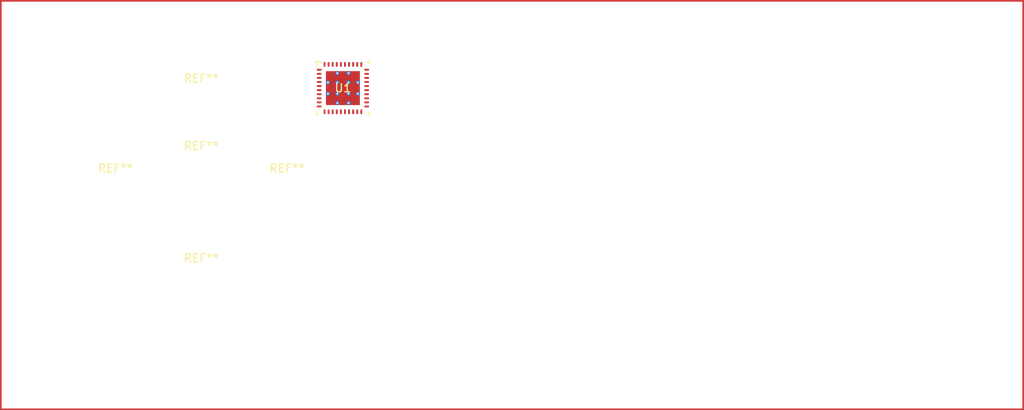
<source format=kicad_pcb>
(kicad_pcb (version 20240108) (generator "pcbnew") (generator_version "8.0")
  (layers (0 "F.Cu" signal) (31 "B.Cu" signal) (34 "B.Paste" user) (35 "F.Paste" user) (36 "B.SilkS" user "B.Silkscreen") (37 "F.SilkS" user "F.Silkscreen") (38 "B.Mask" user) (39 "F.Mask" user) (44 "Edge.Cuts" user))
  (net 0 "")
  (footprint "MountingHole:MountingHole_2.5mm" (layer "F.Cu") (at 64 74)
    (property "Reference" "REF**" (at 0 -3.5 0) (layer "F.SilkS"))
    (property "Value" "MountingHole_2.5mm")
    (pad "" np_thru_hole circle (at 0 0) (size 2.5 2.5) (drill 2.5) (layers "*.Cu" "*.Mask"))
  )
  (footprint "DRV8323:RTA0040B" (layer "F.Cu") (at 91.825 60.685)
    (property "Reference" "U1" (at 0 0 0) (layer "F.SilkS"))
    (property "Value" "DRV8323HRTAR")
    (fp_line (start -3.225 -3.225) (end -2.65 -3.225) (stroke (width 0.2)) (layer "F.SilkS"))
    (fp_line (start -3.225 -2.65) (end -3.225 -3.225) (stroke (width 0.2)) (layer "F.SilkS"))
    (fp_line (start -3.225 3.225) (end -3.225 2.999999) (stroke (width 0.2)) (layer "F.SilkS"))
    (fp_line (start -3.225 3.225) (end -2.999999 3.225) (stroke (width 0.2)) (layer "F.SilkS"))
    (fp_line (start 2.999999 -3.225) (end 3.225 -3.225) (stroke (width 0.2)) (layer "F.SilkS"))
    (fp_line (start 2.999999 3.225) (end 3.225 3.225) (stroke (width 0.2)) (layer "F.SilkS"))
    (fp_line (start 3.225 -2.999999) (end 3.225 -3.225) (stroke (width 0.2)) (layer "F.SilkS"))
    (fp_line (start 3.225 3.225) (end 3.225 2.999999) (stroke (width 0.2)) (layer "F.SilkS"))
    (pad "1" smd oval (at -2.899999 -2.250001 90) (size 0.23 0.599999) (layers "F.Cu" "F.Paste" "F.Mask"))
    (pad "2" smd oval (at -2.899999 -1.750002 90) (size 0.23 0.599999) (layers "F.Cu" "F.Paste" "F.Mask"))
    (pad "3" smd oval (at -2.899999 -1.25 90) (size 0.23 0.599999) (layers "F.Cu" "F.Paste" "F.Mask"))
    (pad "4" smd oval (at -2.899999 -0.750001 90) (size 0.23 0.599999) (layers "F.Cu" "F.Paste" "F.Mask"))
    (pad "5" smd oval (at -2.899999 -0.25 90) (size 0.23 0.599999) (layers "F.Cu" "F.Paste" "F.Mask"))
    (pad "6" smd oval (at -2.899999 0.25 90) (size 0.23 0.599999) (layers "F.Cu" "F.Paste" "F.Mask"))
    (pad "7" smd oval (at -2.899999 0.749998 90) (size 0.23 0.599999) (layers "F.Cu" "F.Paste" "F.Mask"))
    (pad "8" smd oval (at -2.899999 1.25 90) (size 0.23 0.599999) (layers "F.Cu" "F.Paste" "F.Mask"))
    (pad "9" smd oval (at -2.899999 1.749999 90) (size 0.23 0.599999) (layers "F.Cu" "F.Paste" "F.Mask"))
    (pad "10" smd oval (at -2.899999 2.250001 90) (size 0.23 0.599999) (layers "F.Cu" "F.Paste" "F.Mask"))
    (pad "11" smd oval (at -2.250001 2.899999) (size 0.23 0.599999) (layers "F.Cu" "F.Paste" "F.Mask"))
    (pad "12" smd oval (at -1.750002 2.899999) (size 0.23 0.599999) (layers "F.Cu" "F.Paste" "F.Mask"))
    (pad "13" smd oval (at -1.25 2.899999) (size 0.23 0.599999) (layers "F.Cu" "F.Paste" "F.Mask"))
    (pad "14" smd oval (at -0.750001 2.899999) (size 0.23 0.599999) (layers "F.Cu" "F.Paste" "F.Mask"))
    (pad "15" smd oval (at -0.25 2.899999) (size 0.23 0.599999) (layers "F.Cu" "F.Paste" "F.Mask"))
    (pad "16" smd oval (at 0.25 2.899999) (size 0.23 0.599999) (layers "F.Cu" "F.Paste" "F.Mask"))
    (pad "17" smd oval (at 0.749998 2.899999) (size 0.23 0.599999) (layers "F.Cu" "F.Paste" "F.Mask"))
    (pad "18" smd oval (at 1.25 2.899999) (size 0.23 0.599999) (layers "F.Cu" "F.Paste" "F.Mask"))
    (pad "19" smd oval (at 1.749999 2.899999) (size 0.23 0.599999) (layers "F.Cu" "F.Paste" "F.Mask"))
    (pad "20" smd oval (at 2.250001 2.899999) (size 0.23 0.599999) (layers "F.Cu" "F.Paste" "F.Mask"))
    (pad "21" smd oval (at 2.899999 2.250001 90) (size 0.23 0.599999) (layers "F.Cu" "F.Paste" "F.Mask"))
    (pad "22" smd oval (at 2.899999 1.749999 90) (size 0.23 0.599999) (layers "F.Cu" "F.Paste" "F.Mask"))
    (pad "23" smd oval (at 2.899999 1.25 90) (size 0.23 0.599999) (layers "F.Cu" "F.Paste" "F.Mask"))
    (pad "24" smd oval (at 2.899999 0.749998 90) (size 0.23 0.599999) (layers "F.Cu" "F.Paste" "F.Mask"))
    (pad "25" smd oval (at 2.899999 0.25 90) (size 0.23 0.599999) (layers "F.Cu" "F.Paste" "F.Mask"))
    (pad "26" smd oval (at 2.899999 -0.25 90) (size 0.23 0.599999) (layers "F.Cu" "F.Paste" "F.Mask"))
    (pad "27" smd oval (at 2.899999 -0.750001 90) (size 0.23 0.599999) (layers "F.Cu" "F.Paste" "F.Mask"))
    (pad "28" smd oval (at 2.899999 -1.25 90) (size 0.23 0.599999) (layers "F.Cu" "F.Paste" "F.Mask"))
    (pad "29" smd oval (at 2.899999 -1.750002 90) (size 0.23 0.599999) (layers "F.Cu" "F.Paste" "F.Mask"))
    (pad "30" smd oval (at 2.899999 -2.250001 90) (size 0.23 0.599999) (layers "F.Cu" "F.Paste" "F.Mask"))
    (pad "31" smd oval (at 2.250001 -2.899999) (size 0.23 0.599999) (layers "F.Cu" "F.Paste" "F.Mask"))
    (pad "32" smd oval (at 1.749999 -2.899999) (size 0.23 0.599999) (layers "F.Cu" "F.Paste" "F.Mask"))
    (pad "33" smd oval (at 1.25 -2.899999) (size 0.23 0.599999) (layers "F.Cu" "F.Paste" "F.Mask"))
    (pad "34" smd oval (at 0.749998 -2.899999) (size 0.23 0.599999) (layers "F.Cu" "F.Paste" "F.Mask"))
    (pad "35" smd oval (at 0.25 -2.899999) (size 0.23 0.599999) (layers "F.Cu" "F.Paste" "F.Mask"))
    (pad "36" smd oval (at -0.25 -2.899999) (size 0.23 0.599999) (layers "F.Cu" "F.Paste" "F.Mask"))
    (pad "37" smd oval (at -0.750001 -2.899999) (size 0.23 0.599999) (layers "F.Cu" "F.Paste" "F.Mask"))
    (pad "38" smd oval (at -1.25 -2.899999) (size 0.23 0.599999) (layers "F.Cu" "F.Paste" "F.Mask"))
    (pad "39" smd oval (at -1.750002 -2.899999) (size 0.23 0.599999) (layers "F.Cu" "F.Paste" "F.Mask"))
    (pad "40" smd oval (at -2.250001 -2.899999) (size 0.23 0.599999) (layers "F.Cu" "F.Paste" "F.Mask"))
    (pad "41" smd rect (at 0 0) (size 4.15 4.15) (layers "F.Cu" "F.Mask"))
    (pad "V" thru_hole circle (at -1.825 -0.685) (size 0.499999 0.499999) (drill 0.2032) (layers "*.Cu" "*.Mask"))
    (pad "V" thru_hole circle (at -1.825 0.685) (size 0.499999 0.499999) (drill 0.2032) (layers "*.Cu" "*.Mask"))
    (pad "V" thru_hole circle (at -0.685 -1.825) (size 0.499999 0.499999) (drill 0.2032) (layers "*.Cu" "*.Mask"))
    (pad "V" thru_hole circle (at -0.685 -0.685) (size 0.499999 0.499999) (drill 0.2032) (layers "*.Cu" "*.Mask"))
    (pad "V" thru_hole circle (at -0.685 0.685) (size 0.499999 0.499999) (drill 0.2032) (layers "*.Cu" "*.Mask"))
    (pad "V" thru_hole circle (at -0.685 1.825) (size 0.499999 0.499999) (drill 0.2032) (layers "*.Cu" "*.Mask"))
    (pad "V" thru_hole circle (at 0.685 -1.825) (size 0.499999 0.499999) (drill 0.2032) (layers "*.Cu" "*.Mask"))
    (pad "V" thru_hole circle (at 0.685 -0.685) (size 0.499999 0.499999) (drill 0.2032) (layers "*.Cu" "*.Mask"))
    (pad "V" thru_hole circle (at 0.685 0.685) (size 0.499999 0.499999) (drill 0.2032) (layers "*.Cu" "*.Mask"))
    (pad "V" thru_hole circle (at 0.685 1.825) (size 0.499999 0.499999) (drill 0.2032) (layers "*.Cu" "*.Mask"))
    (pad "V" thru_hole circle (at 1.825 -0.685) (size 0.499999 0.499999) (drill 0.2032) (layers "*.Cu" "*.Mask"))
    (pad "V" thru_hole circle (at 1.825 0.685) (size 0.499999 0.499999) (drill 0.2032) (layers "*.Cu" "*.Mask"))
  )
  (footprint "MountingHole:MountingHole_2.5mm" (layer "F.Cu") (at 85 74)
    (property "Reference" "REF**" (at 0 -3.5 0) (layer "F.SilkS"))
    (property "Value" "MountingHole_2.5mm")
    (pad "" np_thru_hole circle (at 0 0) (size 2.5 2.5) (drill 2.5) (layers "*.Cu" "*.Mask"))
  )
  (footprint "MountingHole:MountingHole_2.5mm" (layer "F.Cu") (at 74.5 63)
    (property "Reference" "REF**" (at 0 -3.5 0) (layer "F.SilkS"))
    (property "Value" "MountingHole_2.5mm")
    (pad "" np_thru_hole circle (at 0 0) (size 2.5 2.5) (drill 2.5) (layers "*.Cu" "*.Mask"))
  )
  (footprint "MountingHole:MountingHole_2.5mm" (layer "F.Cu") (at 74.5 85)
    (property "Reference" "REF**" (at 0 -3.5 0) (layer "F.SilkS"))
    (property "Value" "MountingHole_2.5mm")
    (pad "" np_thru_hole circle (at 0 0) (size 2.5 2.5) (drill 2.5) (layers "*.Cu" "*.Mask"))
  )
  (footprint "MountingHole:MountingHole_6.4mm_M6_ISO7380" (layer "F.Cu") (at 74.5 74)
    (property "Reference" "REF**" (at 0 -6.25 0) (layer "F.SilkS"))
    (property "Value" "MountingHole_6.4mm_M6_ISO7380")
    (pad "" np_thru_hole circle (at 0 0) (size 6.4 6.4) (drill 6.4) (layers "*.Cu" "*.Mask"))
  )
  (gr_rect (start 50 50) (end 175 100) (stroke (width 0.2)) (fill none) (layer "F.Cu"))
)
</source>
